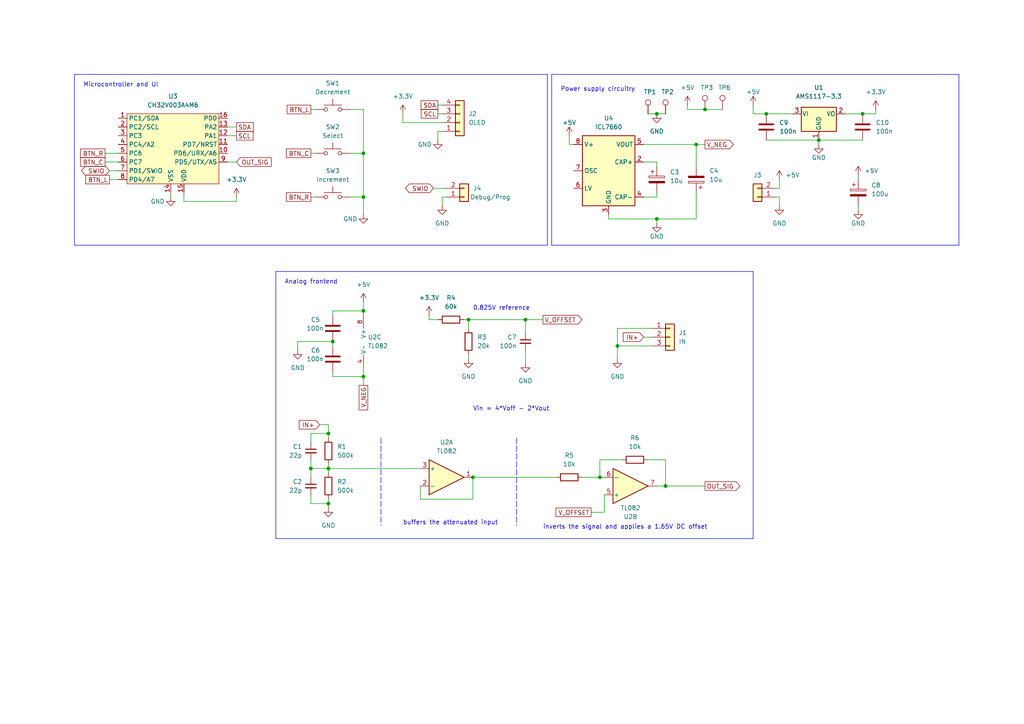
<source format=kicad_sch>
(kicad_sch (version 20230121) (generator eeschema)
  (paper "A4")
  (title_block (title "Osillyscope") (company "tvlad1234") (comment 1 "small and cheap CH32V003-based oscilloscope"))
  (lib_symbols
    (symbol "Amplifier_Operational:TL082" (pin_names (offset 0.127))
      (property "Reference" "U" (at 0 5.08 0))
      (property "Value" "TL082" (at 0 -5.08 0))
      (symbol "TL082_1_1"
        (polyline (pts (xy -5.08 5.08) (xy 5.08 0) (xy -5.08 -5.08) (xy -5.08 5.08)) (stroke (width 0.254)) (fill (type background)))
        (pin output line (at 7.62 0 180) (length 2.54) (name "~") (number "1"))
        (pin input line (at -7.62 -2.54 0) (length 2.54) (name "-") (number "2"))
        (pin input line (at -7.62 2.54 0) (length 2.54) (name "+") (number "3"))
      )
      (symbol "TL082_2_1"
        (polyline (pts (xy -5.08 5.08) (xy 5.08 0) (xy -5.08 -5.08) (xy -5.08 5.08)) (stroke (width 0.254)) (fill (type background)))
        (pin input line (at -7.62 2.54 0) (length 2.54) (name "+") (number "5"))
        (pin input line (at -7.62 -2.54 0) (length 2.54) (name "-") (number "6"))
        (pin output line (at 7.62 0 180) (length 2.54) (name "~") (number "7"))
      )
      (symbol "TL082_3_1"
        (pin power_in line (at -2.54 -7.62 90) (length 3.81) (name "V-") (number "4"))
        (pin power_in line (at -2.54 7.62 270) (length 3.81) (name "V+") (number "8"))
      )
    )
    (symbol "CH32V003:CH32V003A4M6"
      (property "Reference" "U?" (at 0.635 21.59 0))
      (property "Value" "CH32V003A4M6" (at 0.635 19.05 0))
      (symbol "CH32V003A4M6_0_1"
        (rectangle (start -12.7 16.51) (end 13.97 -3.81) (fill (type background)))
      )
      (symbol "CH32V003A4M6_1_1"
        (pin bidirectional line (at -15.24 15.24 0) (length 2.54) (name "PC1/SDA") (number "1"))
        (pin bidirectional line (at 16.51 5.08 180) (length 2.54) (name "PD6/URX/A6") (number "10"))
        (pin bidirectional line (at 16.51 7.62 180) (length 2.54) (name "PD7/NRST") (number "11"))
        (pin bidirectional line (at 16.51 10.16 180) (length 2.54) (name "PA1") (number "12"))
        (pin bidirectional line (at 16.51 12.7 180) (length 2.54) (name "PA2") (number "13"))
        (pin power_in line (at 0 -6.35 90) (length 2.54) (name "VSS") (number "14"))
        (pin power_in line (at 3.81 -6.35 90) (length 2.54) (name "VDD") (number "15"))
        (pin bidirectional line (at 16.51 15.24 180) (length 2.54) (name "PD0") (number "16"))
        (pin bidirectional line (at -15.24 12.7 0) (length 2.54) (name "PC2/SCL") (number "2"))
        (pin bidirectional line (at -15.24 10.16 0) (length 2.54) (name "PC3") (number "3"))
        (pin bidirectional line (at -15.24 7.62 0) (length 2.54) (name "PC4/A2") (number "4"))
        (pin bidirectional line (at -15.24 5.08 0) (length 2.54) (name "PC6") (number "5"))
        (pin bidirectional line (at -15.24 2.54 0) (length 2.54) (name "PC7") (number "6"))
        (pin bidirectional line (at -15.24 0 0) (length 2.54) (name "PD1/SWIO") (number "7"))
        (pin bidirectional line (at -15.24 -2.54 0) (length 2.54) (name "PD4/A7") (number "8"))
        (pin bidirectional line (at 16.51 2.54 180) (length 2.54) (name "PD5/UTX/A5") (number "9"))
      )
    )
    (symbol "Connector:TestPoint" (pin_numbers hide) (pin_names (offset 0.762) hide)
      (property "Reference" "TP" (at 0 6.858 0))
      (property "Value" "TestPoint" (at 0 5.08 0))
      (symbol "TestPoint_0_1"
        (circle (center 0 3.302) (radius 0.762))
      )
      (symbol "TestPoint_1_1"
        (pin passive line (at 0 0 90) (length 2.54) (name "1") (number "1"))
      )
    )
    (symbol "Connector_Generic:Conn_01x02" (pin_names (offset 1.016) hide)
      (property "Reference" "J" (at 0 2.54 0))
      (property "Value" "Conn_01x02" (at 0 -5.08 0))
      (symbol "Conn_01x02_1_1"
        (rectangle (start -1.27 -2.413) (end 0 -2.667) (stroke (width 0.1524)))
        (rectangle (start -1.27 0.127) (end 0 -0.127) (stroke (width 0.1524)))
        (rectangle (start -1.27 1.27) (end 1.27 -3.81) (stroke (width 0.254)) (fill (type background)))
        (pin passive line (at -5.08 0 0) (length 3.81) (name "Pin_1") (number "1"))
        (pin passive line (at -5.08 -2.54 0) (length 3.81) (name "Pin_2") (number "2"))
      )
    )
    (symbol "Connector_Generic:Conn_01x03" (pin_names (offset 1.016) hide)
      (property "Reference" "J" (at 0 5.08 0))
      (property "Value" "Conn_01x03" (at 0 -5.08 0))
      (symbol "Conn_01x03_1_1"
        (rectangle (start -1.27 -2.413) (end 0 -2.667) (stroke (width 0.1524)))
        (rectangle (start -1.27 0.127) (end 0 -0.127) (stroke (width 0.1524)))
        (rectangle (start -1.27 2.667) (end 0 2.413) (stroke (width 0.1524)))
        (rectangle (start -1.27 3.81) (end 1.27 -3.81) (stroke (width 0.254)) (fill (type background)))
        (pin passive line (at -5.08 2.54 0) (length 3.81) (name "Pin_1") (number "1"))
        (pin passive line (at -5.08 0 0) (length 3.81) (name "Pin_2") (number "2"))
        (pin passive line (at -5.08 -2.54 0) (length 3.81) (name "Pin_3") (number "3"))
      )
    )
    (symbol "Connector_Generic:Conn_01x04" (pin_names (offset 1.016) hide)
      (property "Reference" "J" (at 0 5.08 0))
      (property "Value" "Conn_01x04" (at 0 -7.62 0))
      (symbol "Conn_01x04_1_1"
        (rectangle (start -1.27 -4.953) (end 0 -5.207) (stroke (width 0.1524)))
        (rectangle (start -1.27 -2.413) (end 0 -2.667) (stroke (width 0.1524)))
        (rectangle (start -1.27 0.127) (end 0 -0.127) (stroke (width 0.1524)))
        (rectangle (start -1.27 2.667) (end 0 2.413) (stroke (width 0.1524)))
        (rectangle (start -1.27 3.81) (end 1.27 -6.35) (stroke (width 0.254)) (fill (type background)))
        (pin passive line (at -5.08 2.54 0) (length 3.81) (name "Pin_1") (number "1"))
        (pin passive line (at -5.08 0 0) (length 3.81) (name "Pin_2") (number "2"))
        (pin passive line (at -5.08 -2.54 0) (length 3.81) (name "Pin_3") (number "3"))
        (pin passive line (at -5.08 -5.08 0) (length 3.81) (name "Pin_4") (number "4"))
      )
    )
    (symbol "Device:C" (pin_numbers hide) (pin_names (offset 0.254))
      (property "Reference" "C" (at 0.635 2.54 0))
      (property "Value" "C" (at 0.635 -2.54 0))
      (symbol "C_0_1"
        (polyline (pts (xy -2.032 -0.762) (xy 2.032 -0.762)) (stroke (width 0.508)))
        (polyline (pts (xy -2.032 0.762) (xy 2.032 0.762)) (stroke (width 0.508)))
      )
      (symbol "C_1_1"
        (pin passive line (at 0 3.81 270) (length 2.794) (name "~") (number "1"))
        (pin passive line (at 0 -3.81 90) (length 2.794) (name "~") (number "2"))
      )
    )
    (symbol "Device:C_Polarized" (pin_numbers hide) (pin_names (offset 0.254))
      (property "Reference" "C" (at 0.635 2.54 0))
      (property "Value" "C_Polarized" (at 0.635 -2.54 0))
      (symbol "C_Polarized_0_1"
        (rectangle (start -2.286 0.508) (end 2.286 1.016))
        (polyline (pts (xy -1.778 2.286) (xy -0.762 2.286)))
        (polyline (pts (xy -1.27 2.794) (xy -1.27 1.778)))
        (rectangle (start 2.286 -0.508) (end -2.286 -1.016) (fill (type outline)))
      )
      (symbol "C_Polarized_1_1"
        (pin passive line (at 0 3.81 270) (length 2.794) (name "~") (number "1"))
        (pin passive line (at 0 -3.81 90) (length 2.794) (name "~") (number "2"))
      )
    )
    (symbol "Device:C_Small" (pin_numbers hide) (pin_names (offset 0.254) hide)
      (property "Reference" "C" (at 0.254 1.778 0))
      (property "Value" "C_Small" (at 0.254 -2.032 0))
      (symbol "C_Small_0_1"
        (polyline (pts (xy -1.524 -0.508) (xy 1.524 -0.508)) (stroke (width 0.3302)))
        (polyline (pts (xy -1.524 0.508) (xy 1.524 0.508)) (stroke (width 0.3048)))
      )
      (symbol "C_Small_1_1"
        (pin passive line (at 0 2.54 270) (length 2.032) (name "~") (number "1"))
        (pin passive line (at 0 -2.54 90) (length 2.032) (name "~") (number "2"))
      )
    )
    (symbol "Device:R" (pin_numbers hide) (pin_names (offset 0))
      (property "Reference" "R" (at 2.032 0 90))
      (property "Value" "R" (at 0 0 90))
      (symbol "R_0_1"
        (rectangle (start -1.016 -2.54) (end 1.016 2.54) (stroke (width 0.254)))
      )
      (symbol "R_1_1"
        (pin passive line (at 0 3.81 270) (length 1.27) (name "~") (number "1"))
        (pin passive line (at 0 -3.81 90) (length 1.27) (name "~") (number "2"))
      )
    )
    (symbol "Regulator_Linear:AMS1117-3.3" (pin_names (offset 0.254))
      (property "Reference" "U" (at -3.81 3.175 0))
      (property "Value" "AMS1117-3.3" (at 0 3.175 0))
      (symbol "AMS1117-3.3_0_1"
        (rectangle (start -5.08 -5.08) (end 5.08 1.905) (stroke (width 0.254)) (fill (type background)))
      )
      (symbol "AMS1117-3.3_1_1"
        (pin power_in line (at 0 -7.62 90) (length 2.54) (name "GND") (number "1"))
        (pin power_out line (at 7.62 0 180) (length 2.54) (name "VO") (number "2"))
        (pin power_in line (at -7.62 0 0) (length 2.54) (name "VI") (number "3"))
      )
    )
    (symbol "Regulator_SwitchedCapacitor:ICL7660"
      (property "Reference" "U" (at -6.35 11.43 0))
      (property "Value" "ICL7660" (at 3.81 11.43 0))
      (symbol "ICL7660_0_1"
        (rectangle (start -7.62 10.16) (end 7.62 -10.16) (stroke (width 0.254)) (fill (type background)))
      )
      (symbol "ICL7660_1_1"
        (pin no_connect line (at -7.62 5.08 0) (length 2.54) hide (name "NC") (number "1"))
        (pin input line (at 10.16 2.54 180) (length 2.54) (name "CAP+") (number "2"))
        (pin power_in line (at 0 -12.7 90) (length 2.54) (name "GND") (number "3"))
        (pin input line (at 10.16 -7.62 180) (length 2.54) (name "CAP-") (number "4"))
        (pin power_out line (at 10.16 7.62 180) (length 2.54) (name "VOUT") (number "5"))
        (pin input line (at -10.16 -5.08 0) (length 2.54) (name "LV") (number "6"))
        (pin input line (at -10.16 0 0) (length 2.54) (name "OSC") (number "7"))
        (pin power_in line (at -10.16 7.62 0) (length 2.54) (name "V+") (number "8"))
      )
    )
    (symbol "Switch:SW_Push" (pin_numbers hide) (pin_names (offset 1.016) hide)
      (property "Reference" "SW" (at 1.27 2.54 0))
      (property "Value" "SW_Push" (at 0 -1.524 0))
      (symbol "SW_Push_0_1"
        (circle (center -2.032 0) (radius 0.508))
        (polyline (pts (xy 0 1.27) (xy 0 3.048)))
        (polyline (pts (xy 2.54 1.27) (xy -2.54 1.27)))
        (circle (center 2.032 0) (radius 0.508))
        (pin passive line (at -5.08 0 0) (length 2.54) (name "1") (number "1"))
        (pin passive line (at 5.08 0 180) (length 2.54) (name "2") (number "2"))
      )
    )
    (symbol "power:+3.3V" (power) (pin_names (offset 0))
      (property "Value" "+3.3V" (at 0 3.556 0))
      (symbol "+3.3V_0_1"
        (polyline (pts (xy -0.762 1.27) (xy 0 2.54)))
        (polyline (pts (xy 0 0) (xy 0 2.54)))
        (polyline (pts (xy 0 2.54) (xy 0.762 1.27)))
      )
      (symbol "+3.3V_1_1"
        (pin power_in line (at 0 0 90) (length 0) hide (name "+3.3V") (number "1"))
      )
    )
    (symbol "power:+5V" (power) (pin_names (offset 0))
      (property "Value" "+5V" (at 0 3.556 0))
      (symbol "+5V_0_1"
        (polyline (pts (xy -0.762 1.27) (xy 0 2.54)))
        (polyline (pts (xy 0 0) (xy 0 2.54)))
        (polyline (pts (xy 0 2.54) (xy 0.762 1.27)))
      )
      (symbol "+5V_1_1"
        (pin power_in line (at 0 0 90) (length 0) hide (name "+5V") (number "1"))
      )
    )
    (symbol "power:GND" (power) (pin_names (offset 0))
      (property "Value" "GND" (at 0 -3.81 0))
      (symbol "GND_0_1"
        (polyline (pts (xy 0 0) (xy 0 -1.27) (xy 1.27 -1.27) (xy 0 -2.54) (xy -1.27 -1.27) (xy 0 -1.27)))
      )
      (symbol "GND_1_1"
        (pin power_in line (at 0 0 270) (length 0) hide (name "GND") (number "1"))
      )
    )
  )
  (junction (at 137.16 138.43))
  (junction (at 193.04 140.97))
  (junction (at 105.41 109.22))
  (junction (at 250.19 33.02))
  (junction (at 152.4 92.71))
  (junction (at 95.25 146.05))
  (junction (at 222.25 33.02))
  (junction (at 95.25 125.73))
  (junction (at 237.49 40.64))
  (junction (at 105.41 90.17))
  (junction (at 105.41 44.45))
  (junction (at 190.5 33.02))
  (junction (at 90.17 135.89))
  (junction (at 190.5 63.5))
  (junction (at 179.07 100.33))
  (junction (at 95.25 135.89))
  (junction (at 201.93 41.91))
  (junction (at 96.52 99.06))
  (junction (at 135.89 92.71))
  (junction (at 204.47 31.75))
  (junction (at 105.41 57.15))
  (junction (at 173.99 138.43))
  (wire (pts (xy 49.53 57.15) (xy 49.53 55.88)))
  (wire (pts (xy 165.1 41.91) (xy 166.37 41.91)))
  (wire (pts (xy 176.53 62.23) (xy 176.53 63.5)))
  (wire (pts (xy 201.93 41.91) (xy 204.47 41.91)))
  (wire (pts (xy 95.25 146.05) (xy 95.25 144.78)))
  (wire (pts (xy 90.17 135.89) (xy 95.25 135.89)))
  (wire (pts (xy 96.52 107.95) (xy 96.52 109.22)))
  (wire (pts (xy 186.69 46.99) (xy 190.5 46.99)))
  (polyline (pts (xy 218.44 156.21) (xy 218.44 78.74)))
  (wire (pts (xy 105.41 57.15) (xy 105.41 62.23)))
  (wire (pts (xy 86.36 99.06) (xy 96.52 99.06)))
  (wire (pts (xy 31.75 52.07) (xy 34.29 52.07)))
  (wire (pts (xy 90.17 125.73) (xy 95.25 125.73)))
  (wire (pts (xy 190.5 63.5) (xy 201.93 63.5)))
  (wire (pts (xy 237.49 40.64) (xy 237.49 41.91)))
  (wire (pts (xy 127 33.02) (xy 128.27 33.02)))
  (wire (pts (xy 95.25 135.89) (xy 121.92 135.89)))
  (wire (pts (xy 96.52 100.33) (xy 96.52 99.06)))
  (wire (pts (xy 135.89 92.71) (xy 152.4 92.71)))
  (wire (pts (xy 95.25 125.73) (xy 95.25 127)))
  (wire (pts (xy 90.17 31.75) (xy 91.44 31.75)))
  (wire (pts (xy 204.47 31.75) (xy 209.55 31.75)))
  (wire (pts (xy 186.69 97.79) (xy 189.23 97.79)))
  (wire (pts (xy 193.04 140.97) (xy 204.47 140.97)))
  (wire (pts (xy 190.5 33.02) (xy 187.96 33.02)))
  (wire (pts (xy 254 31.75) (xy 254 33.02)))
  (wire (pts (xy 95.25 137.16) (xy 95.25 135.89)))
  (polyline (pts (xy 160.02 21.59) (xy 278.13 21.59)))
  (wire (pts (xy 173.99 133.35) (xy 173.99 138.43)))
  (wire (pts (xy 137.16 138.43) (xy 161.29 138.43)))
  (wire (pts (xy 226.06 52.07) (xy 226.06 54.61)))
  (wire (pts (xy 125.73 54.61) (xy 129.54 54.61)))
  (wire (pts (xy 218.44 30.48) (xy 218.44 33.02)))
  (wire (pts (xy 193.04 133.35) (xy 193.04 140.97)))
  (wire (pts (xy 105.41 90.17) (xy 105.41 91.44)))
  (wire (pts (xy 121.92 140.97) (xy 121.92 144.78)))
  (wire (pts (xy 68.58 57.15) (xy 68.58 58.42)))
  (wire (pts (xy 226.06 57.15) (xy 226.06 59.69)))
  (wire (pts (xy 31.75 49.53) (xy 34.29 49.53)))
  (wire (pts (xy 152.4 92.71) (xy 152.4 96.52)))
  (wire (pts (xy 127 30.48) (xy 128.27 30.48)))
  (wire (pts (xy 68.58 46.99) (xy 66.04 46.99)))
  (wire (pts (xy 193.04 33.02) (xy 190.5 33.02)))
  (wire (pts (xy 68.58 36.83) (xy 66.04 36.83)))
  (wire (pts (xy 128.27 57.15) (xy 128.27 59.69)))
  (wire (pts (xy 127 38.1) (xy 128.27 38.1)))
  (wire (pts (xy 175.26 143.51) (xy 175.26 148.59)))
  (wire (pts (xy 152.4 92.71) (xy 157.48 92.71)))
  (wire (pts (xy 179.07 100.33) (xy 179.07 95.25)))
  (wire (pts (xy 105.41 31.75) (xy 105.41 44.45)))
  (polyline (pts (xy 160.02 21.59) (xy 160.02 71.12)))
  (wire (pts (xy 222.25 33.02) (xy 229.87 33.02)))
  (wire (pts (xy 226.06 57.15) (xy 224.79 57.15)))
  (wire (pts (xy 105.41 106.68) (xy 105.41 109.22)))
  (wire (pts (xy 121.92 144.78) (xy 137.16 144.78)))
  (wire (pts (xy 86.36 101.6) (xy 86.36 99.06)))
  (polyline (pts (xy 80.01 78.74) (xy 218.44 78.74)))
  (wire (pts (xy 30.48 46.99) (xy 34.29 46.99)))
  (wire (pts (xy 171.45 148.59) (xy 175.26 148.59)))
  (wire (pts (xy 179.07 100.33) (xy 189.23 100.33)))
  (wire (pts (xy 201.93 55.88) (xy 201.93 63.5)))
  (polyline (pts (xy 21.59 71.12) (xy 158.75 71.12)))
  (wire (pts (xy 201.93 41.91) (xy 201.93 48.26)))
  (polyline (pts (xy 21.59 21.59) (xy 21.59 71.12)))
  (wire (pts (xy 186.69 57.15) (xy 190.5 57.15)))
  (wire (pts (xy 245.11 33.02) (xy 250.19 33.02)))
  (wire (pts (xy 30.48 44.45) (xy 34.29 44.45)))
  (wire (pts (xy 96.52 109.22) (xy 105.41 109.22)))
  (wire (pts (xy 53.34 58.42) (xy 68.58 58.42)))
  (wire (pts (xy 95.25 123.19) (xy 95.25 125.73)))
  (wire (pts (xy 96.52 90.17) (xy 105.41 90.17)))
  (wire (pts (xy 124.46 91.44) (xy 124.46 92.71)))
  (wire (pts (xy 101.6 57.15) (xy 105.41 57.15)))
  (wire (pts (xy 116.84 35.56) (xy 128.27 35.56)))
  (wire (pts (xy 248.92 60.96) (xy 248.92 59.69)))
  (wire (pts (xy 92.71 123.19) (xy 95.25 123.19)))
  (wire (pts (xy 135.89 92.71) (xy 134.62 92.71)))
  (wire (pts (xy 173.99 133.35) (xy 180.34 133.35)))
  (polyline (pts (xy 149.86 127) (xy 149.86 152.4)) (stroke (width 0) (type dash)))
  (wire (pts (xy 105.41 44.45) (xy 105.41 57.15)))
  (wire (pts (xy 179.07 95.25) (xy 189.23 95.25)))
  (wire (pts (xy 95.25 147.32) (xy 95.25 146.05)))
  (wire (pts (xy 101.6 31.75) (xy 105.41 31.75)))
  (wire (pts (xy 135.89 92.71) (xy 135.89 95.25)))
  (polyline (pts (xy 110.49 127) (xy 110.49 152.4)) (stroke (width 0) (type dash)))
  (wire (pts (xy 175.26 138.43) (xy 173.99 138.43)))
  (wire (pts (xy 127 40.64) (xy 127 38.1)))
  (wire (pts (xy 190.5 46.99) (xy 190.5 48.26)))
  (wire (pts (xy 190.5 63.5) (xy 190.5 64.77)))
  (wire (pts (xy 53.34 55.88) (xy 53.34 58.42)))
  (wire (pts (xy 90.17 146.05) (xy 95.25 146.05)))
  (wire (pts (xy 116.84 33.02) (xy 116.84 35.56)))
  (wire (pts (xy 105.41 87.63) (xy 105.41 90.17)))
  (wire (pts (xy 90.17 44.45) (xy 91.44 44.45)))
  (wire (pts (xy 124.46 92.71) (xy 127 92.71)))
  (wire (pts (xy 135.89 104.14) (xy 135.89 102.87)))
  (wire (pts (xy 101.6 44.45) (xy 105.41 44.45)))
  (wire (pts (xy 254 33.02) (xy 250.19 33.02)))
  (wire (pts (xy 68.58 39.37) (xy 66.04 39.37)))
  (wire (pts (xy 128.27 57.15) (xy 129.54 57.15)))
  (wire (pts (xy 95.25 134.62) (xy 95.25 135.89)))
  (wire (pts (xy 248.92 50.8) (xy 248.92 52.07)))
  (wire (pts (xy 226.06 54.61) (xy 224.79 54.61)))
  (wire (pts (xy 90.17 128.27) (xy 90.17 125.73)))
  (polyline (pts (xy 80.01 78.74) (xy 80.01 156.21)))
  (wire (pts (xy 90.17 138.43) (xy 90.17 135.89)))
  (polyline (pts (xy 160.02 71.12) (xy 278.13 71.12)))
  (wire (pts (xy 179.07 104.14) (xy 179.07 100.33)))
  (wire (pts (xy 222.25 40.64) (xy 237.49 40.64)))
  (polyline (pts (xy 80.01 156.21) (xy 218.44 156.21)))
  (wire (pts (xy 90.17 57.15) (xy 91.44 57.15)))
  (wire (pts (xy 90.17 133.35) (xy 90.17 135.89)))
  (wire (pts (xy 190.5 55.88) (xy 190.5 57.15)))
  (wire (pts (xy 199.39 30.48) (xy 199.39 31.75)))
  (wire (pts (xy 168.91 138.43) (xy 173.99 138.43)))
  (wire (pts (xy 96.52 90.17) (xy 96.52 91.44)))
  (wire (pts (xy 237.49 40.64) (xy 250.19 40.64)))
  (wire (pts (xy 176.53 63.5) (xy 190.5 63.5)))
  (polyline (pts (xy 158.75 71.12) (xy 158.75 21.59)))
  (wire (pts (xy 199.39 31.75) (xy 204.47 31.75)))
  (wire (pts (xy 186.69 41.91) (xy 201.93 41.91)))
  (wire (pts (xy 90.17 143.51) (xy 90.17 146.05)))
  (polyline (pts (xy 21.59 21.59) (xy 158.75 21.59)))
  (wire (pts (xy 105.41 109.22) (xy 105.41 111.76)))
  (polyline (pts (xy 278.13 71.12) (xy 278.13 21.59)))
  (wire (pts (xy 190.5 140.97) (xy 193.04 140.97)))
  (wire (pts (xy 218.44 33.02) (xy 222.25 33.02)))
  (wire (pts (xy 187.96 133.35) (xy 193.04 133.35)))
  (wire (pts (xy 137.16 144.78) (xy 137.16 138.43)))
  (wire (pts (xy 152.4 101.6) (xy 152.4 105.41)))
  (wire (pts (xy 165.1 39.37) (xy 165.1 41.91)))
  (text "Vin = 4*Voff - 2*Vout\n" (at 137.16 119.38 0) (effects (font (size 1.27 1.27)) (justify left bottom)))
  (text "Power supply circuitry" (at 162.56 26.67 0) (effects (font (size 1.27 1.27)) (justify left bottom)))
  (text "0.825V reference" (at 137.16 90.17 0) (effects (font (size 1.27 1.27)) (justify left bottom)))
  (text "inverts the signal and applies a 1.65V DC offset\n" (at 157.48 153.67 0) (effects (font (size 1.27 1.27)) (justify left bottom)))
  (text "Analog frontend" (at 82.55 82.55 0) (effects (font (size 1.27 1.27)) (justify left bottom)))
  (text "buffers the attenuated input" (at 116.84 152.4 0) (effects (font (size 1.27 1.27)) (justify left bottom)))
  (text "Microcontroller and UI" (at 24.13 25.4 0) (effects (font (size 1.27 1.27)) (justify left bottom)))
  (global_label "SDA" (shape passive) (at 68.58 36.83 0) (property "Intersheetrefs" "${INTERSHEET_REFS}" (effects hide)))
  (global_label "BTN_R" (shape passive) (at 90.17 57.15 180) (property "Intersheetrefs" "${INTERSHEET_REFS}" (effects hide)))
  (global_label "IN+" (shape input) (at 186.69 97.79 180) (property "Intersheetrefs" "${INTERSHEET_REFS}" (effects hide)))
  (global_label "SCL" (shape passive) (at 68.58 39.37 0) (property "Intersheetrefs" "${INTERSHEET_REFS}" (effects hide)))
  (global_label "BTN_L" (shape passive) (at 31.75 52.07 180) (property "Intersheetrefs" "${INTERSHEET_REFS}" (effects hide)))
  (global_label "OUT_SIG" (shape input) (at 68.58 46.99 0) (property "Intersheetrefs" "${INTERSHEET_REFS}" (effects hide)))
  (global_label "SCL" (shape passive) (at 127 33.02 180) (property "Intersheetrefs" "${INTERSHEET_REFS}" (effects hide)))
  (global_label "V_NEG" (shape passive) (at 105.41 111.76 270) (property "Intersheetrefs" "${INTERSHEET_REFS}" (effects hide)))
  (global_label "OUT_SIG" (shape output) (at 204.47 140.97 0) (property "Intersheetrefs" "${INTERSHEET_REFS}" (effects hide)))
  (global_label "BTN_R" (shape passive) (at 30.48 44.45 180) (property "Intersheetrefs" "${INTERSHEET_REFS}" (effects hide)))
  (global_label "SDA" (shape passive) (at 127 30.48 180) (property "Intersheetrefs" "${INTERSHEET_REFS}" (effects hide)))
  (global_label "BTN_C" (shape passive) (at 30.48 46.99 180) (property "Intersheetrefs" "${INTERSHEET_REFS}" (effects hide)))
  (global_label "V_OFFSET" (shape output) (at 157.48 92.71 0) (property "Intersheetrefs" "${INTERSHEET_REFS}" (effects hide)))
  (global_label "SWIO" (shape bidirectional) (at 125.73 54.61 180) (property "Intersheetrefs" "${INTERSHEET_REFS}" (effects hide)))
  (global_label "BTN_C" (shape passive) (at 90.17 44.45 180) (property "Intersheetrefs" "${INTERSHEET_REFS}" (effects hide)))
  (global_label "SWIO" (shape bidirectional) (at 31.75 49.53 180) (property "Intersheetrefs" "${INTERSHEET_REFS}" (effects hide)))
  (global_label "BTN_L" (shape passive) (at 90.17 31.75 180) (property "Intersheetrefs" "${INTERSHEET_REFS}" (effects hide)))
  (global_label "V_OFFSET" (shape passive) (at 171.45 148.59 180) (property "Intersheetrefs" "${INTERSHEET_REFS}" (effects hide)))
  (global_label "V_NEG" (shape output) (at 204.47 41.91 0) (property "Intersheetrefs" "${INTERSHEET_REFS}" (effects hide)))
  (global_label "IN+" (shape input) (at 92.71 123.19 180) (property "Intersheetrefs" "${INTERSHEET_REFS}" (effects hide)))
  (symbol (lib_id "Connector:TestPoint") (at 204.47 31.75 0) (unit 1)
    (property "Reference" "TP3" (at 203.2 25.4 0) (effects (justify left)))
    (property "Value" "TestPoint" (effects hide))
    (property "Footprint" "TestPoint:TestPoint_THTPad_2.0x2.0mm_Drill1.0mm" (effects hide))
  )
  (symbol (lib_id "Device:C") (at 96.52 104.14 0) (unit 1)
    (property "Reference" "C6" (at 90.17 101.6 0) (effects (justify left)))
    (property "Value" "100n" (at 88.9 104.14 0) (effects (justify left)))
    (property "Footprint" "Capacitor_SMD:C_0805_2012Metric_Pad1.18x1.45mm_HandSolder" (effects hide))
  )
  (symbol (lib_id "power:+5V") (at 226.06 52.07 0) (unit 1)
    (property "Reference" "#PWR01" (effects hide))
    (property "Value" "+5V" (at 229.87 50.8 0))
  )
  (symbol (lib_id "Device:R") (at 135.89 99.06 0) (unit 1)
    (property "Reference" "R3" (at 138.43 97.79 0) (effects (justify left)))
    (property "Value" "20k" (at 138.43 100.33 0) (effects (justify left)))
    (property "Footprint" "Resistor_THT:R_Axial_DIN0204_L3.6mm_D1.6mm_P5.08mm_Horizontal" (effects hide))
  )
  (symbol (lib_id "power:+5V") (at 248.92 50.8 0) (unit 1)
    (property "Reference" "#PWR02" (effects hide))
    (property "Value" "+5V" (at 252.73 49.53 0))
  )
  (symbol (lib_id "Device:R") (at 95.25 130.81 0) (unit 1)
    (property "Reference" "R1" (at 97.79 129.5399 0) (effects (justify left)))
    (property "Value" "500k" (at 97.79 132.0799 0) (effects (justify left)))
    (property "Footprint" "Resistor_SMD:R_0805_2012Metric_Pad1.20x1.40mm_HandSolder" (effects hide))
  )
  (symbol (lib_id "power:GND") (at 152.4 105.41 0) (unit 1)
    (property "Reference" "#PWR08" (effects hide))
    (property "Value" "GND" (at 152.4 110.49 0))
  )
  (symbol (lib_id "Device:C") (at 96.52 95.25 0) (unit 1)
    (property "Reference" "C5" (at 90.17 92.71 0) (effects (justify left)))
    (property "Value" "100n" (at 88.9 95.25 0) (effects (justify left)))
    (property "Footprint" "Capacitor_SMD:C_0805_2012Metric_Pad1.18x1.45mm_HandSolder" (effects hide))
  )
  (symbol (lib_id "power:GND") (at 49.53 57.15 0) (unit 1)
    (property "Reference" "#PWR014" (effects hide))
    (property "Value" "GND" (at 45.72 58.42 0))
  )
  (symbol (lib_id "CH32V003:CH32V003A4M6") (at 49.53 49.53 0) (unit 1)
    (property "Reference" "U3" (at 50.165 27.94 0))
    (property "Value" "CH32V003A4M6" (at 50.165 30.48 0))
    (property "Footprint" "Package_SO:SOIC-16_3.9x9.9mm_P1.27mm" (effects hide))
  )
  (symbol (lib_id "power:+3.3V") (at 124.46 91.44 0) (unit 1)
    (property "Reference" "#PWR011" (effects hide))
    (property "Value" "+3.3V" (at 124.46 86.36 0))
  )
  (symbol (lib_id "Device:C") (at 250.19 36.83 0) (unit 1)
    (property "Reference" "C10" (at 254 35.56 0) (effects (justify left)))
    (property "Value" "100n" (at 254 38.1 0) (effects (justify left)))
    (property "Footprint" "Capacitor_SMD:C_0805_2012Metric_Pad1.18x1.45mm_HandSolder" (effects hide))
  )
  (symbol (lib_id "Connector_Generic:Conn_01x02") (at 219.71 57.15 180) (unit 1)
    (property "Reference" "J3" (at 219.71 50.8 0))
    (property "Value" "Conn_01x02" (effects hide))
    (property "Footprint" "Connector_PinHeader_2.54mm:PinHeader_1x02_P2.54mm_Vertical" (effects hide))
  )
  (symbol (lib_id "Connector:TestPoint") (at 187.96 33.02 0) (unit 1)
    (property "Reference" "TP1" (at 186.69 26.67 0) (effects (justify left)))
    (property "Value" "TestPoint" (effects hide))
    (property "Footprint" "TestPoint:TestPoint_THTPad_2.0x2.0mm_Drill1.0mm" (effects hide))
  )
  (symbol (lib_id "power:GND") (at 179.07 104.14 0) (unit 1)
    (property "Reference" "#PWR05" (effects hide))
    (property "Value" "GND" (at 179.07 109.22 0))
  )
  (symbol (lib_id "Device:C_Small") (at 90.17 140.97 0) (mirror y) (unit 1)
    (property "Reference" "C2" (at 87.63 139.7063 0) (effects (justify left)))
    (property "Value" "22p" (at 87.63 142.2463 0) (effects (justify left)))
    (property "Footprint" "Capacitor_SMD:C_1206_3216Metric_Pad1.33x1.80mm_HandSolder" (effects hide))
  )
  (symbol (lib_id "Device:C") (at 222.25 36.83 180) (unit 1)
    (property "Reference" "C9" (at 227.33 35.56 0))
    (property "Value" "100n" (at 228.6 38.1 0))
    (property "Footprint" "Capacitor_SMD:C_0805_2012Metric_Pad1.18x1.45mm_HandSolder" (effects hide))
  )
  (symbol (lib_id "Switch:SW_Push") (at 96.52 44.45 0) (unit 1)
    (property "Reference" "SW2" (at 96.52 36.83 0))
    (property "Value" "Select" (at 96.52 39.37 0))
    (property "Footprint" "Button_Switch_THT:SW_PUSH_6mm" (effects hide))
  )
  (symbol (lib_id "Device:C_Polarized") (at 248.92 55.88 0) (unit 1)
    (property "Reference" "C8" (at 252.73 53.721 0) (effects (justify left)))
    (property "Value" "100u" (at 252.73 56.261 0) (effects (justify left)))
    (property "Footprint" "Capacitor_THT:CP_Radial_D5.0mm_P2.50mm" (effects hide))
  )
  (symbol (lib_id "Regulator_Linear:AMS1117-3.3") (at 237.49 33.02 0) (unit 1)
    (property "Reference" "U1" (at 237.49 25.4 0))
    (property "Value" "AMS1117-3.3" (at 237.49 27.94 0))
    (property "Footprint" "Package_TO_SOT_SMD:SOT-223-3_TabPin2" (effects hide))
    (property "Datasheet" "http://www.advanced-monolithic.com/pdf/ds1117.pdf" (effects hide))
  )
  (symbol (lib_id "power:GND") (at 190.5 33.02 0) (unit 1)
    (property "Reference" "#PWR04" (effects hide))
    (property "Value" "GND" (at 190.5 38.1 0))
  )
  (symbol (lib_id "power:GND") (at 128.27 59.69 0) (mirror y) (unit 1)
    (property "Reference" "#PWR018" (effects hide))
    (property "Value" "GND" (at 128.27 64.77 0))
  )
  (symbol (lib_id "Device:C_Polarized") (at 201.93 52.07 180) (unit 1)
    (property "Reference" "C4" (at 205.74 49.53 0) (effects (justify right)))
    (property "Value" "10u" (at 205.74 52.07 0) (effects (justify right)))
    (property "Footprint" "Capacitor_THT:CP_Radial_D5.0mm_P2.50mm" (effects hide))
  )
  (symbol (lib_id "power:+5V") (at 199.39 30.48 0) (unit 1)
    (property "Reference" "#PWR012" (effects hide))
    (property "Value" "+5V" (at 199.39 25.4 0))
  )
  (symbol (lib_id "Amplifier_Operational:TL082") (at 182.88 140.97 0) (mirror x) (unit 2)
    (property "Reference" "U2" (at 182.88 149.86 0))
    (property "Value" "TL082" (at 182.88 147.32 0))
    (property "Footprint" "Package_DIP:DIP-8_W7.62mm_LongPads" (effects hide))
    (property "Datasheet" "http://www.ti.com/lit/ds/symlink/tl081.pdf" (effects hide))
  )
  (symbol (lib_id "power:GND") (at 248.92 60.96 0) (unit 1)
    (property "Reference" "#PWR031" (effects hide))
    (property "Value" "GND" (at 248.92 64.77 0))
  )
  (symbol (lib_id "power:+3.3V") (at 116.84 33.02 0) (unit 1)
    (property "Reference" "#PWR025" (effects hide))
    (property "Value" "+3.3V" (at 116.84 27.94 0))
  )
  (symbol (lib_id "power:+5V") (at 165.1 39.37 0) (unit 1)
    (property "Reference" "#PWR021" (effects hide))
    (property "Value" "+5V" (at 165.1 35.56 0))
  )
  (symbol (lib_id "Device:R") (at 130.81 92.71 90) (unit 1)
    (property "Reference" "R4" (at 130.81 86.36 90))
    (property "Value" "60k" (at 130.81 88.9 90))
    (property "Footprint" "Resistor_THT:R_Axial_DIN0204_L3.6mm_D1.6mm_P5.08mm_Horizontal" (effects hide))
  )
  (symbol (lib_id "Device:R") (at 95.25 140.97 0) (mirror y) (unit 1)
    (property "Reference" "R2" (at 97.79 139.7 0) (effects (justify right)))
    (property "Value" "500k" (at 97.79 142.24 0) (effects (justify right)))
    (property "Footprint" "Resistor_SMD:R_0805_2012Metric_Pad1.20x1.40mm_HandSolder" (effects hide))
  )
  (symbol (lib_id "power:GND") (at 127 40.64 0) (unit 1)
    (property "Reference" "#PWR020" (effects hide))
    (property "Value" "GND" (at 123.19 41.91 0))
  )
  (symbol (lib_id "Switch:SW_Push") (at 96.52 57.15 0) (unit 1)
    (property "Reference" "SW3" (at 96.52 49.53 0))
    (property "Value" "Increment" (at 96.52 52.07 0))
    (property "Footprint" "Button_Switch_THT:SW_PUSH_6mm" (effects hide))
  )
  (symbol (lib_id "power:GND") (at 105.41 62.23 0) (unit 1)
    (property "Reference" "#PWR023" (effects hide))
    (property "Value" "GND" (at 101.6 63.5 0))
  )
  (symbol (lib_id "Device:R") (at 184.15 133.35 270) (mirror x) (unit 1)
    (property "Reference" "R6" (at 184.15 127 90))
    (property "Value" "10k" (at 184.15 129.54 90))
    (property "Footprint" "Resistor_SMD:R_0805_2012Metric_Pad1.20x1.40mm_HandSolder" (effects hide))
  )
  (symbol (lib_id "Switch:SW_Push") (at 96.52 31.75 0) (unit 1)
    (property "Reference" "SW1" (at 96.52 24.13 0))
    (property "Value" "Decrement" (at 96.52 26.67 0))
    (property "Footprint" "Button_Switch_THT:SW_PUSH_6mm" (effects hide))
  )
  (symbol (lib_id "Device:C_Small") (at 152.4 99.06 0) (mirror y) (unit 1)
    (property "Reference" "C7" (at 149.86 97.7963 0) (effects (justify left)))
    (property "Value" "100n" (at 149.86 100.3363 0) (effects (justify left)))
    (property "Footprint" "Capacitor_SMD:C_0805_2012Metric_Pad1.18x1.45mm_HandSolder" (effects hide))
  )
  (symbol (lib_id "Connector_Generic:Conn_01x04") (at 133.35 35.56 0) (mirror x) (unit 1)
    (property "Reference" "J2" (at 135.89 33.02 0) (effects (justify left)))
    (property "Value" "OLED" (at 135.89 35.56 0) (effects (justify left)))
    (property "Footprint" "Connector_PinSocket_2.54mm:PinSocket_1x04_P2.54mm_Vertical" (effects hide))
  )
  (symbol (lib_id "Connector_Generic:Conn_01x02") (at 134.62 57.15 0) (mirror x) (unit 1)
    (property "Reference" "J4" (at 138.43 54.61 0))
    (property "Value" "Debug/Prog" (at 142.24 57.15 0))
    (property "Footprint" "Connector_PinHeader_2.54mm:PinHeader_1x02_P2.54mm_Vertical" (effects hide))
  )
  (symbol (lib_id "Amplifier_Operational:TL082") (at 107.95 99.06 0) (unit 3)
    (property "Reference" "U2" (at 106.68 97.79 0) (effects (justify left)))
    (property "Value" "TL082" (at 106.68 100.33 0) (effects (justify left)))
    (property "Footprint" "Package_DIP:DIP-8_W7.62mm_LongPads" (effects hide))
    (property "Datasheet" "http://www.ti.com/lit/ds/symlink/tl081.pdf" (effects hide))
  )
  (symbol (lib_id "Device:C_Polarized") (at 190.5 52.07 0) (unit 1)
    (property "Reference" "C3" (at 194.31 49.911 0) (effects (justify left)))
    (property "Value" "10u" (at 194.31 52.451 0) (effects (justify left)))
    (property "Footprint" "Capacitor_THT:CP_Radial_D5.0mm_P2.50mm" (effects hide))
  )
  (symbol (lib_id "power:+5V") (at 105.41 87.63 0) (unit 1)
    (property "Reference" "#PWR06" (effects hide))
    (property "Value" "+5V" (at 105.41 82.55 0))
  )
  (symbol (lib_id "power:+5V") (at 218.44 30.48 0) (unit 1)
    (property "Reference" "#PWR010" (effects hide))
    (property "Value" "+5V" (at 218.44 26.67 0))
  )
  (symbol (lib_id "Amplifier_Operational:TL082") (at 129.54 138.43 0) (unit 1)
    (property "Reference" "U2" (at 129.54 128.27 0))
    (property "Value" "TL082" (at 129.54 130.81 0))
    (property "Footprint" "Package_DIP:DIP-8_W7.62mm_LongPads" (effects hide))
    (property "Datasheet" "http://www.ti.com/lit/ds/symlink/tl081.pdf" (effects hide))
  )
  (symbol (lib_id "Connector:TestPoint") (at 193.04 33.02 0) (unit 1)
    (property "Reference" "TP2" (at 191.77 26.67 0) (effects (justify left)))
    (property "Value" "TestPoint" (effects hide))
    (property "Footprint" "TestPoint:TestPoint_THTPad_2.0x2.0mm_Drill1.0mm" (effects hide))
  )
  (symbol (lib_id "Device:C_Small") (at 90.17 130.81 0) (mirror y) (unit 1)
    (property "Reference" "C1" (at 87.63 129.5463 0) (effects (justify left)))
    (property "Value" "22p" (at 87.63 132.0863 0) (effects (justify left)))
    (property "Footprint" "Capacitor_SMD:C_1206_3216Metric_Pad1.33x1.80mm_HandSolder" (effects hide))
  )
  (symbol (lib_id "power:GND") (at 135.89 104.14 0) (unit 1)
    (property "Reference" "#PWR03" (effects hide))
    (property "Value" "GND" (at 135.89 109.22 0))
  )
  (symbol (lib_id "power:+3.3V") (at 68.58 57.15 0) (unit 1)
    (property "Reference" "#PWR015" (effects hide))
    (property "Value" "+3.3V" (at 68.58 52.07 0))
  )
  (symbol (lib_id "power:GND") (at 95.25 147.32 0) (unit 1)
    (property "Reference" "#PWR07" (effects hide))
    (property "Value" "GND" (at 95.25 152.4 0))
  )
  (symbol (lib_id "Regulator_SwitchedCapacitor:ICL7660") (at 176.53 49.53 0) (unit 1)
    (property "Reference" "U4" (at 176.53 34.29 0))
    (property "Value" "ICL7660" (at 176.53 36.83 0))
    (property "Footprint" "Package_DIP:DIP-8_W7.62mm_LongPads" (effects hide))
    (property "Datasheet" "http://datasheets.maximintegrated.com/en/ds/ICL7660-MAX1044.pdf" (effects hide))
  )
  (symbol (lib_id "power:+3.3V") (at 254 31.75 0) (unit 1)
    (property "Reference" "#PWR013" (effects hide))
    (property "Value" "+3.3V" (at 254 26.67 0))
  )
  (symbol (lib_id "Device:R") (at 165.1 138.43 90) (unit 1)
    (property "Reference" "R5" (at 165.1 132.08 90))
    (property "Value" "10k" (at 165.1 134.62 90))
    (property "Footprint" "Resistor_SMD:R_0805_2012Metric_Pad1.20x1.40mm_HandSolder" (effects hide))
  )
  (symbol (lib_id "power:GND") (at 226.06 59.69 0) (unit 1)
    (property "Reference" "#PWR016" (effects hide))
    (property "Value" "GND" (at 226.06 64.77 0))
  )
  (symbol (lib_id "power:GND") (at 237.49 41.91 0) (unit 1)
    (property "Reference" "#PWR019" (effects hide))
    (property "Value" "GND" (at 237.49 45.72 0))
  )
  (symbol (lib_id "power:GND") (at 190.5 64.77 0) (unit 1)
    (property "Reference" "#PWR022" (effects hide))
    (property "Value" "GND" (at 190.5 68.58 0))
  )
  (symbol (lib_id "power:GND") (at 86.36 101.6 0) (unit 1)
    (property "Reference" "#PWR09" (effects hide))
    (property "Value" "GND" (at 86.36 106.68 0))
  )
  (symbol (lib_id "Connector:TestPoint") (at 209.55 31.75 0) (unit 1)
    (property "Reference" "TP6" (at 208.28 25.4 0) (effects (justify left)))
    (property "Value" "TestPoint" (effects hide))
    (property "Footprint" "TestPoint:TestPoint_THTPad_2.0x2.0mm_Drill1.0mm" (effects hide))
  )
  (symbol (lib_id "Connector_Generic:Conn_01x03") (at 194.31 97.79 0) (unit 1)
    (property "Reference" "J1" (at 196.85 96.52 0) (effects (justify left)))
    (property "Value" "IN" (at 196.85 99.06 0) (effects (justify left)))
    (property "Footprint" "Connector_PinSocket_2.54mm:PinSocket_1x03_P2.54mm_Horizontal" (effects hide))
  )
)
</source>
